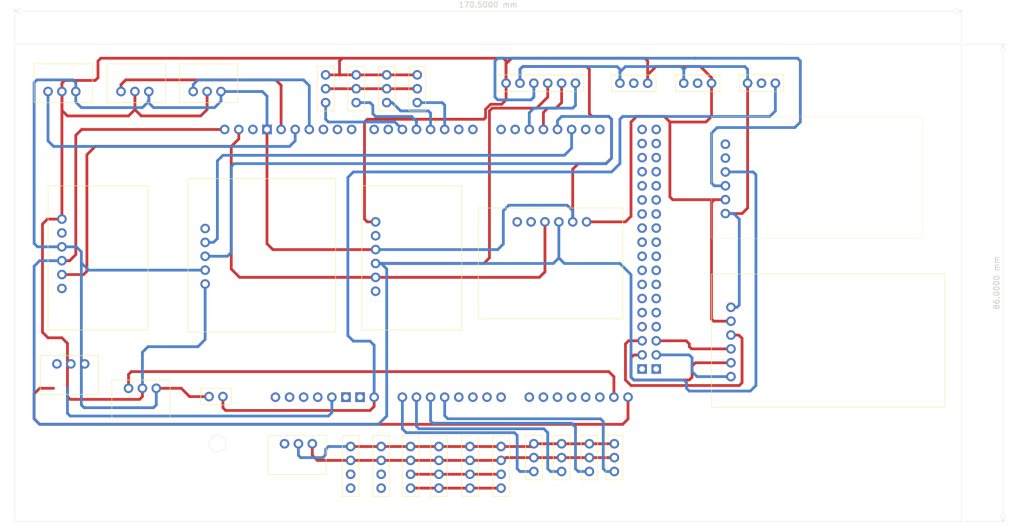
<source format=kicad_pcb>
(kicad_pcb (version 20240108) (generator "pcbnew") (generator_version "8.0")
  (layers (0 "F.Cu" signal) (1 "In1.Cu" signal) (2 "In2.Cu" signal) (31 "B.Cu" signal) (34 "B.Paste" user) (35 "F.Paste" user) (36 "B.SilkS" user "B.Silkscreen") (37 "F.SilkS" user "F.Silkscreen") (38 "B.Mask" user) (39 "F.Mask" user) (44 "Edge.Cuts" user))
  (net 0 "")
  (net 2 "D11")
  (net 3 "A2")
  (net 11 "D3")
  (net 12 "CS")
  (net 16 "A1")
  (net 18 "A15")
  (net 19 "D13")
  (net 20 "TX2")
  (net 22 "D5")
  (net 26 "A0")
  (net 29 "D4")
  (net 30 "5V")
  (net 35 "A13")
  (net 36 "RX3")
  (net 37 "8V")
  (net 41 "GND")
  (net 47 "RX2")
  (net 52 "D2")
  (net 54 "SCL")
  (net 55 "MISO")
  (net 65 "MOSI")
  (net 66 "TX0")
  (net 68 "RX0")
  (net 71 "A3")
  (net 72 "RX1")
  (net 74 "D12")
  (net 76 "SDA")
  (net 77 "D9")
  (net 79 "A14")
  (net 80 "D10")
  (net 86 "SCK")
  (net 87 "D8")
  (net 88 "TX1")
  (net 92 "TX3")
  (footprint "TAFLab-Footprint-Library:Default3Pin" (layer "F.Cu") (at 117 113.5)
    (property "Reference" "U25" (hide yes))
    (property "Value" "~" (hide yes))
  )
  (footprint "TAFLab-Footprint-Library:Default4Pin" (layer "F.Cu") (at 99.9 119)
    (property "Reference" "U33" (hide yes))
    (property "Value" "~" (hide yes))
  )
  (footprint "TAFLab-Footprint-Library:Default3Pin" (layer "F.Cu") (at 127 113.5)
    (property "Reference" "U23" (hide yes))
    (property "Value" "~" (hide yes))
  )
  (footprint "TAFLab-Footprint-Library:Default4Pin" (layer "F.Cu") (at 105.5 119)
    (property "Reference" "U34" (hide yes))
    (property "Value" "~" (hide yes))
  )
  (footprint "PCM_arduino-library:Arduino_Mega2560_R3_Shield" (layer "F.Cu") (at 86.5 98.2)
    (property "Reference" "A1" (hide yes))
    (property "Value" "Arduino_Mega2560_R3_Shield" (hide yes))
  )
  (footprint "TAFLab-Footprint-Library:INA219_BatteryPowerSensor" (layer "F.Cu") (at 109.5 63.5 -90)
    (property "Reference" "U4" (hide yes))
    (property "Value" "~" (hide yes))
  )
  (footprint "TAFLab-Footprint-Library:Default3Pin" (layer "F.Cu") (at 90.5 47)
    (property "Reference" "U29" (hide yes))
    (property "Value" "~" (hide yes))
  )
  (footprint "TAFLab-Footprint-Library:DS18B20_Water_Temp_Sensor" (layer "F.Cu") (at 53.65 38 90)
    (property "Reference" "U20" (hide yes))
    (property "Value" "~" (hide yes))
  )
  (footprint "TAFLab-Footprint-Library:HW038_WaterLevelSensor" (layer "F.Cu") (at 21.1 89.6 -90)
    (property "Reference" "U9" (hide yes))
    (property "Value" "~" (hide yes))
  )
  (footprint "TAFLab-Footprint-Library:DS18B20_Water_Temp_Sensor" (layer "F.Cu") (at 40.5 38 90)
    (property "Reference" "U10" (hide yes))
    (property "Value" "~" (hide yes))
  )
  (footprint "TAFLab-Footprint-Library:Default4Pin" (layer "F.Cu") (at 84 119)
    (property "Reference" "U31" (hide yes))
    (property "Value" "~" (hide yes))
  )
  (footprint "TAFLab-Footprint-Library:Default4Pin" (layer "F.Cu") (at 94.8 119)
    (property "Reference" "U32" (hide yes))
    (property "Value" "~" (hide yes))
  )
  (footprint "TAFLab-Footprint-Library:Default3Pin" (layer "F.Cu") (at 122 113.5)
    (property "Reference" "U24" (hide yes))
    (property "Value" "~" (hide yes))
  )
  (footprint "TAFLab-Footprint-Library:VinArduinoConnector" (layer "F.Cu") (at 51 95 -90)
    (property "Reference" "U22" (hide yes))
    (property "Value" "~" (hide yes))
  )
  (footprint "TAFLab-Footprint-Library:Default3Pin" (layer "F.Cu") (at 131.5 113.5)
    (property "Reference" "U15" (hide yes))
    (property "Value" "~" (hide yes))
  )
  (footprint "TAFLab-Footprint-Library:MPU6050_IMU_Accelerometer" (layer "F.Cu") (at 88 79.5)
    (property "Reference" "U3" (hide yes))
    (property "Value" "~" (hide yes))
  )
  (footprint "TAFLab-Footprint-Library:HW038_WaterLevelSensor" (layer "F.Cu") (at 62.1 104 -90)
    (property "Reference" "U36" (hide yes))
    (property "Value" "~" (hide yes))
  )
  (footprint "TAFLab-Footprint-Library:DS18B20_Water_Temp_Sensor" (layer "F.Cu") (at 66.65 38 90)
    (property "Reference" "U19" (hide yes))
    (property "Value" "~" (hide yes))
  )
  (footprint "TAFLab-Footprint-Library:HW038_WaterLevelSensor" (layer "F.Cu") (at 34 94 -90)
    (property "Reference" "U21" (hide yes))
    (property "Value" "~" (hide yes))
  )
  (footprint "TAFLab-Footprint-Library:Default3Pin" (layer "F.Cu") (at 79.5 47)
    (property "Reference" "U27" (hide yes))
    (property "Value" "~" (hide yes))
  )
  (footprint "TAFLab-Footprint-Library:Default3Pin" (layer "F.Cu") (at 96 47)
    (property "Reference" "U30" (hide yes))
    (property "Value" "~" (hide yes))
  )
  (footprint "TAFLab-Footprint-Library:ActuatorConnector" (layer "F.Cu") (at 134 38.5 -90)
    (property "Reference" "U17" (hide yes))
    (property "Value" "~" (hide yes))
  )
  (footprint "TAFLab-Footprint-Library:SailWireConnector" (layer "F.Cu") (at 137 38.5 90)
    (property "Reference" "U18" (hide yes))
    (property "Value" "~" (hide yes))
  )
  (footprint "TAFLab-Footprint-Library:Micro_SD_Module" (layer "F.Cu") (at 152.5 98.9)
    (property "Reference" "U11" (hide yes))
    (property "Value" "~" (hide yes))
  )
  (footprint "TAFLab-Footprint-Library:HW84_DS3231_CLK_Module" (layer "F.Cu") (at 151.5 64.5)
    (property "Reference" "U13" (hide yes))
    (property "Value" "~" (hide yes))
  )
  (footprint "TAFLab-Footprint-Library:Default3Pin" (layer "F.Cu") (at 85 47)
    (property "Reference" "U28" (hide yes))
    (property "Value" "~" (hide yes))
  )
  (footprint "TAFLab-Footprint-Library:ActuatorConnector" (layer "F.Cu") (at 145.5 38.5 -90)
    (property "Reference" "U16" (hide yes))
    (property "Value" "~" (hide yes))
  )
  (footprint "TAFLab-Footprint-Library:Default4Pin" (layer "F.Cu") (at 89.5 119)
    (property "Reference" "U26" (hide yes))
    (property "Value" "~" (hide yes))
  )
  (footprint "TAFLab-Footprint-Library:LIS3MDL_Magnetometer" (layer "F.Cu") (at 32 70)
    (property "Reference" "U2" (hide yes))
    (property "Value" "~")
  )
  (footprint "TAFLab-Footprint-Library:Default4Pin" (layer "F.Cu") (at 111.1 119)
    (property "Reference" "U35" (hide yes))
    (property "Value" "~" (hide yes))
  )
  (footprint "TAFLab-Footprint-Library:ActuatorConnector" (layer "F.Cu") (at 122.5 38.5 -90)
    (property "Reference" "U14" (hide yes))
    (property "Value" "~" (hide yes))
  )
  (footprint "TAFLab-Footprint-Library:GT-U7_GPS" (layer "F.Cu") (at 57.8 79.7)
    (property "Reference" "U7" (hide yes))
    (property "Value" "~" (hide yes))
  )
  (gr_rect (start 23.5 31.5) (end 194 117.5) (stroke (width 0.05)) (fill none) (layer "Edge.Cuts"))
  (gr_circle (center 60 103.5) (end 61.5 103.5) (stroke (width 0.05)) (fill none) (layer "Edge.Cuts"))
  (dimension (type aligned) (layer "Edge.Cuts") (pts (xy 194 31.5) (xy 194 117.5)) (height -7.5) (gr_text "86.0000 mm" (at 200.35 74.5 90) (layer "Edge.Cuts") (effects (font (size 1 1) (thickness 0.15)))) (format (prefix "") (suffix "") (units 3) (units_format 1) (precision 4)) (style (thickness 0.05) (arrow_length 1.27) (text_position_mode 0) (extension_height 0.58642) (extension_offset 0.5) keep_text_aligned))
  (dimension (type aligned) (layer "Edge.Cuts") (pts (xy 23.5 31.5) (xy 194 31.5)) (height -6) (gr_text "170.5000 mm" (at 108.75 24.35 0) (layer "Edge.Cuts") (effects (font (size 1 1) (thickness 0.15)))) (format (prefix "") (suffix "") (units 3) (units_format 1) (precision 4)) (style (thickness 0.05) (arrow_length 1.27) (text_position_mode 0) (extension_height 0.58642) (extension_offset 0.5) keep_text_aligned))
  (segment (start 75.5 37.9) (end 76.556 38.956) (width 0.5) (layer "B.Cu") (net 2))
  (segment (start 55.65 38.75) (end 56.5 37.9) (width 0.5) (layer "B.Cu") (net 2))
  (segment (start 56.5 37.9) (end 75.5 37.9) (width 0.5) (layer "B.Cu") (net 2))
  (segment (start 76.556 38.956) (end 76.556 46.84) (width 0.5) (layer "B.Cu") (net 2))
  (segment (start 55.65 40) (end 55.65 38.75) (width 0.5) (layer "B.Cu") (net 2))
  (segment (start 124.5 100.5) (end 123.8 99.8) (width 0.5) (layer "B.Cu") (net 3))
  (segment (start 127 108.5) (end 125 108.5) (width 0.5) (layer "B.Cu") (net 3))
  (segment (start 124.5 108) (end 124.5 100.5) (width 0.5) (layer "B.Cu") (net 3))
  (segment (start 123.8 99.8) (end 98.8 99.8) (width 0.5) (layer "B.Cu") (net 3))
  (segment (start 125 108.5) (end 124.5 108) (width 0.5) (layer "B.Cu") (net 3))
  (segment (start 98.8 99.8) (end 98.4 99.4) (width 0.5) (layer "B.Cu") (net 3))
  (segment (start 98.4 99.4) (end 98.4 95.1) (width 0.5) (layer "B.Cu") (net 3))
  (segment (start 98.4 43.9) (end 98.4 46.84) (width 0.5) (layer "B.Cu") (net 11))
  (segment (start 93 43.5) (end 98 43.5) (width 0.5) (layer "B.Cu") (net 11))
  (segment (start 90.5 42) (end 91.5 42) (width 0.5) (layer "B.Cu") (net 11))
  (segment (start 98 43.5) (end 98.4 43.9) (width 0.5) (layer "B.Cu") (net 11))
  (segment (start 91.5 42) (end 93 43.5) (width 0.5) (layer "B.Cu") (net 11))
  (segment (start 139.04 87.48) (end 144.98 87.48) (width 0.5) (layer "B.Cu") (net 12))
  (segment (start 144.98 87.48) (end 145.5 88) (width 0.5) (layer "B.Cu") (net 12))
  (segment (start 145.5 88) (end 145.5 90.5) (width 0.5) (layer "B.Cu") (net 12))
  (segment (start 146.4 91.4) (end 152.5 91.4) (width 0.5) (layer "B.Cu") (net 12))
  (segment (start 145.5 90.5) (end 146.4 91.4) (width 0.5) (layer "B.Cu") (net 12))
  (segment (start 122 108.5) (end 120 108.5) (width 0.5) (layer "B.Cu") (net 16))
  (segment (start 95.86 100.36) (end 95.86 95.1) (width 0.5) (layer "B.Cu") (net 16))
  (segment (start 118.8 100.8) (end 96.3 100.8) (width 0.5) (layer "B.Cu") (net 16))
  (segment (start 119.5 101.5) (end 118.8 100.8) (width 0.5) (layer "B.Cu") (net 16))
  (segment (start 119.5 108) (end 119.5 101.5) (width 0.5) (layer "B.Cu") (net 16))
  (segment (start 96.3 100.8) (end 95.86 100.36) (width 0.5) (layer "B.Cu") (net 16))
  (segment (start 120 108.5) (end 119.5 108) (width 0.5) (layer "B.Cu") (net 16))
  (segment (start 133 100) (end 133.96 99.04) (width 0.5) (layer "F.Cu") (net 18))
  (segment (start 27 94.5) (end 27 99) (width 0.5) (layer "F.Cu") (net 18))
  (segment (start 28 100) (end 133 100) (width 0.5) (layer "F.Cu") (net 18))
  (segment (start 30.5 93.5) (end 28 93.5) (width 0.5) (layer "F.Cu") (net 18))
  (segment (start 133.96 99.04) (end 133.96 95.1) (width 0.5) (layer "F.Cu") (net 18))
  (segment (start 28 93.5) (end 27 94.5) (width 0.5) (layer "F.Cu") (net 18))
  (segment (start 27 99) (end 28 100) (width 0.5) (layer "F.Cu") (net 18))
  (segment (start 70.5 37.9) (end 71.5 38.9) (width 0.5) (layer "F.Cu") (net 19))
  (segment (start 71.5 38.9) (end 71.476 38.924) (width 0.5) (layer "F.Cu") (net 19))
  (segment (start 43.5 37.9) (end 70.5 37.9) (width 0.5) (layer "F.Cu") (net 19))
  (segment (start 71.476 38.924) (end 71.476 46.84) (width 0.5) (layer "F.Cu") (net 19))
  (segment (start 42.65 40) (end 42.65 38.75) (width 0.5) (layer "F.Cu") (net 19))
  (segment (start 42.65 38.75) (end 43.5 37.9) (width 0.5) (layer "F.Cu") (net 19))
  (segment (start 119.5 43) (end 121 43) (width 0.5) (layer "F.Cu") (net 20))
  (segment (start 122 42) (end 122 38.5) (width 0.5) (layer "F.Cu") (net 20))
  (segment (start 118.72 46.84) (end 118.72 43.78) (width 0.5) (layer "F.Cu") (net 20))
  (segment (start 121 43) (end 122 42) (width 0.5) (layer "F.Cu") (net 20))
  (segment (start 118.72 43.78) (end 119.5 43) (width 0.5) (layer "F.Cu") (net 20))
  (segment (start 91.98 45.5) (end 93.32 46.84) (width 0.5) (layer "B.Cu") (net 22))
  (segment (start 79.5 45) (end 80 45.5) (width 0.5) (layer "B.Cu") (net 22))
  (segment (start 79.5 42) (end 79.5 45) (width 0.5) (layer "B.Cu") (net 22))
  (segment (start 80 45.5) (end 91.98 45.5) (width 0.5) (layer "B.Cu") (net 22))
  (segment (start 113.5 101.5) (end 94 101.5) (width 0.5) (layer "B.Cu") (net 26))
  (segment (start 94 101.5) (end 93.32 100.82) (width 0.5) (layer "B.Cu") (net 26))
  (segment (start 114.5 108.5) (end 114 108) (width 0.5) (layer "B.Cu") (net 26))
  (segment (start 114 102) (end 113.5 101.5) (width 0.5) (layer "B.Cu") (net 26))
  (segment (start 117 108.5) (end 114.5 108.5) (width 0.5) (layer "B.Cu") (net 26))
  (segment (start 93.32 100.82) (end 93.32 95.1) (width 0.5) (layer "B.Cu") (net 26))
  (segment (start 114 108) (end 114 102) (width 0.5) (layer "B.Cu") (net 26))
  (segment (start 95.86 45.36) (end 95.86 46.84) (width 0.5) (layer "B.Cu") (net 29))
  (segment (start 88 44) (end 88.5 44.5) (width 0.5) (layer "B.Cu") (net 29))
  (segment (start 88 42.5) (end 88 44) (width 0.5) (layer "B.Cu") (net 29))
  (segment (start 95 44.5) (end 95.86 45.36) (width 0.5) (layer "B.Cu") (net 29))
  (segment (start 85 42) (end 87.5 42) (width 0.5) (layer "B.Cu") (net 29))
  (segment (start 88.5 44.5) (end 95 44.5) (width 0.5) (layer "B.Cu") (net 29))
  (segment (start 87.5 42) (end 88 42.5) (width 0.5) (layer "B.Cu") (net 29))
  (segment (start 135.5 44.5) (end 140.5 44.5) (width 0.5) (layer "F.Cu") (net 30))
  (segment (start 147 35.5) (end 149 37.5) (width 0.5) (layer "F.Cu") (net 30))
  (segment (start 87 63.5) (end 86.5 63) (width 0.5) (layer "F.Cu") (net 30))
  (segment (start 32 43.4) (end 33 44.4) (width 0.5) (layer "F.Cu") (net 30))
  (segment (start 139 35.5) (end 147 35.5) (width 0.5) (layer "F.Cu") (net 30))
  (segment (start 111.1 104) (end 116.5 104) (width 0.5) (layer "F.Cu") (net 30))
  (segment (start 46 95.5) (end 46.5 95) (width 0.5) (layer "F.Cu") (net 30))
  (segment (start 134.5 45.5) (end 135.5 44.5) (width 0.5) (layer "F.Cu") (net 30))
  (segment (start 141.5 45.5) (end 141.5 59) (width 0.5) (layer "F.Cu") (net 30))
  (segment (start 38.5 34.5) (end 39 34) (width 0.5) (layer "F.Cu") (net 30))
  (segment (start 33 95) (end 33.5 95.5) (width 0.5) (layer "F.Cu") (net 30))
  (segment (start 90.5 37) (end 96 37) (width 0.5) (layer "F.Cu") (net 30))
  (segment (start 149 38.5) (end 149 44.5) (width 0.5) (layer "F.Cu") (net 30))
  (segment (start 39 34) (end 82.5 34) (width 0.5) (layer "F.Cu") (net 30))
  (segment (start 108 45) (end 108.3 44.7) (width 0.5) (layer "F.Cu") (net 30))
  (segment (start 113 34) (end 137 34) (width 0.5) (layer "F.Cu") (net 30))
  (segment (start 82 37) (end 90.5 37) (width 0.5) (layer "F.Cu") (net 30))
  (segment (start 86.5 45.5) (end 87 45) (width 0.5) (layer "F.Cu") (net 30))
  (segment (start 137.5 37) (end 139 35.5) (width 0.5) (layer "F.Cu") (net 30))
  (segment (start 108.3 44.7) (end 108.3 43.21005) (width 0.5) (layer "F.Cu") (net 30))
  (segment (start 140.5 44.5) (end 141.5 45.5) (width 0.5) (layer "F.Cu") (net 30))
  (segment (start 32.5 38) (end 38 38) (width 0.5) (layer "F.Cu") (net 30))
  (segment (start 82.5 34) (end 111.5 34) (width 0.5) (layer "F.Cu") (net 30))
  (segment (start 108.3 43.21005) (end 109.210051 42.3) (width 0.5) (layer "F.Cu") (net 30))
  (segment (start 84 104) (end 94.8 104) (width 0.5) (layer "F.Cu") (net 30))
  (segment (start 44 44.4) (end 45.15 43.25) (width 0.5) (layer "F.Cu") (net 30))
  (segment (start 46.5 95) (end 46.5 93.5) (width 0.5) (layer "F.Cu") (net 30))
  (segment (start 137 34) (end 137.5 34.5) (width 0.5) (layer "F.Cu") (net 30))
  (segment (start 32 40) (end 32 63) (width 0.5) (layer "F.Cu") (net 30))
  (segment (start 45.15 43.25) (end 45.15 40) (width 0.5) (layer "F.Cu") (net 30))
  (segment (start 133.5 63.5) (end 134.5 62.5) (width 0.5) (layer "F.Cu") (net 30))
  (segment (start 141.5 59) (end 142 59.5) (width 0.5) (layer "F.Cu") (net 30))
  (segment (start 33 44.4) (end 44 44.4) (width 0.5) (layer "F.Cu") (net 30))
  (segment (start 149 44.5) (end 148 45.5) (width 0.5) (layer "F.Cu") (net 30))
  (segment (start 32 63) (end 29.4 63) (width 0.5) (layer "F.Cu") (net 30))
  (segment (start 28.5 63.9) (end 28.5 83.4) (width 0.5) (layer "F.Cu") (net 30))
  (segment (start 86.5 63) (end 86.5 45.5) (width 0.5) (layer "F.Cu") (net 30))
  (segment (start 29.4 63) (end 28.5 63.9) (width 0.5) (layer "F.Cu") (net 30))
  (segment (start 33 93.5) (end 33 95) (width 0.5) (layer "F.Cu") (net 30))
  (segment (start 94.8 104) (end 111.1 104) (width 0.5) (layer "F.Cu") (net 30))
  (segment (start 112 34.5) (end 112 38.5) (width 0.5) (layer "F.Cu") (net 30))
  (segment (start 32 38.5) (end 32.5 38) (width 0.5) (layer "F.Cu") (net 30))
  (segment (start 117 103.5) (end 122 103.5) (width 0.5) (layer "F.Cu") (net 30))
  (segment (start 126.5 63.5) (end 133.5 63.5) (width 0.5) (layer "F.Cu") (net 30))
  (segment (start 87 45) (end 108 45) (width 0.5) (layer "F.Cu") (net 30))
  (segment (start 82 34.5) (end 82.5 34) (width 0.5) (layer "F.Cu") (net 30))
  (segment (start 88.5 63.5) (end 87 63.5) (width 0.5) (layer "F.Cu") (net 30))
  (segment (start 109.210051 42.3) (end 111.2 42.3) (width 0.5) (layer "F.Cu") (net 30))
  (segment (start 33.5 95.5) (end 46 95.5) (width 0.5) (layer "F.Cu") (net 30))
  (segment (start 58.15 43.25) (end 58.15 40) (width 0.5) (layer "F.Cu") (net 30))
  (segment (start 46.3 44.4) (end 57 44.4) (width 0.5) (layer "F.Cu") (net 30))
  (segment (start 149 81) (end 149.4 81.4) (width 0.5) (layer "F.Cu") (net 30))
  (segment (start 149 60) (end 149 81) (width 0.5) (layer "F.Cu") (net 30))
  (segment (start 149.4 81.4) (end 152.5 81.4) (width 0.5) (layer "F.Cu") (net 30))
  (segment (start 142 59.5) (end 149.5 59.5) (width 0.5) (layer "F.Cu") (net 30))
  (segment (start 28.5 83.4) (end 29.5 84.4) (width 0.5) (layer "F.Cu") (net 30))
  (segment (start 112 38.5) (end 112 35) (width 0.5) (layer "F.Cu") (net 30))
  (segment (start 45.15 43.25) (end 46.3 44.4) (width 0.5) (layer "F.Cu") (net 30))
  (segment (start 29.5 84.4) (end 32 84.4) (width 0.5) (layer "F.Cu") (net 30))
  (segment (start 148 45.5) (end 141.5 45.5) (width 0.5) (layer "F.Cu") (net 30))
  (segment (start 112 41.5) (end 112 38.5) (width 0.5) (layer "F.Cu") (net 30))
  (segment (start 137.5 34.5) (end 137.5 38.5) (width 0.5) (layer "F.Cu") (net 30))
  (segment (start 149.5 59.5) (end 149 60) (width 0.5) (layer "F.Cu") (net 30))
  (segment (start 149 37.5) (end 149 38.5) (width 0.5) (layer "F.Cu") (net 30))
  (segment (start 38 38) (end 38.5 37.5) (width 0.5) (layer "F.Cu") (net 30))
  (segment (start 112 35) (end 113 34) (width 0.5) (layer "F.Cu") (net 30))
  (segment (start 32 40) (end 32 38.5) (width 0.5) (layer "F.Cu") (net 30))
  (segment (start 33 85.4) (end 33 93.5) (width 0.5) (layer "F.Cu") (net 30))
  (segment (start 122 103.5) (end 131.5 103.5) (width 0.5) (layer "F.Cu") (net 30))
  (segment (start 111.2 42.3) (end 112 41.5) (width 0.5) (layer "F.Cu") (net 30))
  (segment (start 151.5 59.5) (end 149.5 59.5) (width 0.5) (layer "F.Cu") (net 30))
  (segment (start 111.5 34) (end 112 34.5) (width 0.5) (layer "F.Cu") (net 30))
  (segment (start 79.5 37) (end 82 37) (width 0.5) (layer "F.Cu") (net 30))
  (segment (start 32 84.4) (end 33 85.4) (width 0.5) (layer "F.Cu") (net 30))
  (segment (start 116.5 104) (end 117 103.5) (width 0.5) (layer "F.Cu") (net 30))
  (segment (start 32 40) (end 32 43.4) (width 0.5) (layer "F.Cu") (net 30))
  (segment (start 134.5 62.5) (end 134.5 45.5) (width 0.5) (layer "F.Cu") (net 30))
  (segment (start 82 37) (end 82 34.5) (width 0.5) (layer "F.Cu") (net 30))
  (segment (start 57 44.4) (end 58.15 43.25) (width 0.5) (layer "F.Cu") (net 30))
  (segment (start 38.5 37.5) (end 38.5 34.5) (width 0.5) (layer "F.Cu") (net 30))
  (segment (start 79 106) (end 79.5 105.5) (width 0.5) (layer "B.Cu") (net 30))
  (segment (start 80 104) (end 84 104) (width 0.5) (layer "B.Cu") (net 30))
  (segment (start 46.5 87) (end 47.5 86) (width 0.5) (layer "B.Cu") (net 30))
  (segment (start 33.5 98.5) (end 33 98) (width 0.5) (layer "B.Cu") (net 30))
  (segment (start 80 98.5) (end 33.5 98.5) (width 0.5) (layer "B.Cu") (net 30))
  (segment (start 74.6 103.5) (end 74.6 105.6) (width 0.5) (layer "B.Cu") (net 30))
  (segment (start 56.5 86) (end 57.8 84.7) (width 0.5) (layer "B.Cu") (net 30))
  (segment (start 79.5 105.5) (end 79.5 104.5) (width 0.5) (layer "B.Cu") (net 30))
  (segment (start 74.6 105.6) (end 75 106) (width 0.5) (layer "B.Cu") (net 30))
  (segment (start 80.62 95.1) (end 80.62 97.88) (width 0.5) (layer "B.Cu") (net 30))
  (segment (start 75 106) (end 79 106) (width 0.5) (layer "B.Cu") (net 30))
  (segment (start 57.8 84.7) (end 57.8 74.7) (width 0.5) (layer "B.Cu") (net 30))
  (segment (start 46.5 93.5) (end 46.5 87) (width 0.5) (layer "B.Cu") (net 30))
  (segment (start 47.5 86) (end 56.5 86) (width 0.5) (layer "B.Cu") (net 30))
  (segment (start 80.62 97.88) (end 80 98.5) (width 0.5) (layer "B.Cu") (net 30))
  (segment (start 33 98) (end 33 93.5) (width 0.5) (layer "B.Cu") (net 30))
  (segment (start 79.5 104.5) (end 80 104) (width 0.5) (layer "B.Cu") (net 30))
  (segment (start 87.5 97.5) (end 61.5 97.5) (width 0.5) (layer "F.Cu") (net 37))
  (segment (start 88.24 95.1) (end 88.24 96.76) (width 0.5) (layer "F.Cu") (net 37))
  (segment (start 61 97) (end 61 95) (width 0.5) (layer "F.Cu") (net 37))
  (segment (start 88.24 96.76) (end 87.5 97.5) (width 0.5) (layer "F.Cu") (net 37))
  (segment (start 61.5 97.5) (end 61 97) (width 0.5) (layer "F.Cu") (net 37))
  (segment (start 88.24 95.1) (end 88.24 85.74) (width 0.5) (layer "B.Cu") (net 37))
  (segment (start 87.5 85) (end 84.5 85) (width 0.5) (layer "B.Cu") (net 37))
  (segment (start 159.5 44.5) (end 160.5 43.5) (width 0.5) (layer "B.Cu") (net 37))
  (segment (start 84.5 54.5) (end 131 54.5) (width 0.5) (layer "B.Cu") (net 37))
  (segment (start 83.5 55.5) (end 84.5 54.5) (width 0.5) (layer "B.Cu") (net 37))
  (segment (start 83.5 84) (end 83.5 55.5) (width 0.5) (layer "B.Cu") (net 37))
  (segment (start 132.5 53) (end 132.5 45) (width 0.5) (layer "B.Cu") (net 37))
  (segment (start 88.24 85.74) (end 87.5 85) (width 0.5) (layer "B.Cu") (net 37))
  (segment (start 131 54.5) (end 132.5 53) (width 0.5) (layer "B.Cu") (net 37))
  (segment (start 84.5 85) (end 83.5 84) (width 0.5) (layer "B.Cu") (net 37))
  (segment (start 133 44.5) (end 159.5 44.5) (width 0.5) (layer "B.Cu") (net 37))
  (segment (start 160.5 43.5) (end 160.5 38.5) (width 0.5) (layer "B.Cu") (net 37))
  (segment (start 132.5 45) (end 133 44.5) (width 0.5) (layer "B.Cu") (net 37))
  (segment (start 112 106) (end 117 106) (width 0.5) (layer "F.Cu") (net 41))
  (segment (start 127 36) (end 127 44) (width 0.5) (layer "F.Cu") (net 41))
  (segment (start 122 106) (end 131.5 106) (width 0.5) (layer "F.Cu") (net 41))
  (segment (start 58.5 95) (end 55 95) (width 0.5) (layer "F.Cu") (net 41))
  (segment (start 77.1 105.6) (end 77.1 103.5) (width 0.5) (layer "F.Cu") (net 41))
  (segment (start 130 53) (end 125 53) (width 0.5) (layer "F.Cu") (net 41))
  (segment (start 114.5 36) (end 115 35.5) (width 0.5) (layer "F.Cu") (net 41))
  (segment (start 151.5 62) (end 154.5 62) (width 0.5) (layer "F.Cu") (net 41))
  (segment (start 125 53) (end 124 54) (width 0.5) (layer "F.Cu") (net 41))
  (segment (start 155.5 61) (end 155.5 38.5) (width 0.5) (layer "F.Cu") (net 41))
  (segment (start 84 106.5) (end 111.1 106.5) (width 0.5) (layer "F.Cu") (net 41))
  (segment (start 70 68.5) (end 88.5 68.5) (width 0.5) (layer "F.Cu") (net 41))
  (segment (start 131 45) (end 131 52) (width 0.5) (layer "F.Cu") (net 41))
  (segment (start 78 106.5) (end 84 106.5) (width 0.5) (layer "F.Cu") (net 41))
  (segment (start 124 54) (end 124 63.5) (width 0.5) (layer "F.Cu") (net 41))
  (segment (start 114.5 38.5) (end 114.5 36) (width 0.5) (layer "F.Cu") (net 41))
  (segment (start 127.5 44.5) (end 130.5 44.5) (width 0.5) (layer "F.Cu") (net 41))
  (segment (start 130.5 44.5) (end 131 45) (width 0.5) (layer "F.Cu") (net 41))
  (segment (start 115 35.5) (end 126.5 35.5) (width 0.5) (layer "F.Cu") (net 41))
  (segment (start 131 52) (end 130 53) (width 0.5) (layer "F.Cu") (net 41))
  (segment (start 68.936 67.436) (end 70 68.5) (width 0.5) (layer "F.Cu") (net 41))
  (segment (start 127 44) (end 127.5 44.5) (width 0.5) (layer "F.Cu") (net 41))
  (segment (start 126.5 35.5) (end 127 36) (width 0.5) (layer "F.Cu") (net 41))
  (segment (start 53.5 93.5) (end 49 93.5) (width 0.5) (layer "F.Cu") (net 41))
  (segment (start 78 106.5) (end 77.1 105.6) (width 0.5) (layer "F.Cu") (net 41))
  (segment (start 154.5 62) (end 155.5 61) (width 0.5) (layer "F.Cu") (net 41))
  (segment (start 55 95) (end 53.5 93.5) (width 0.5) (layer "F.Cu") (net 41))
  (segment (start 117 106) (end 122 106) (width 0.5) (layer "F.Cu") (net 41))
  (segment (start 111.1 106.5) (end 111.5 106.5) (width 0.5) (layer "F.Cu") (net 41))
  (segment (start 90.5 39.5) (end 96 39.5) (width 0.5) (layer "F.Cu") (net 41))
  (segment (start 111.5 106.5) (end 112 106) (width 0.5) (layer "F.Cu") (net 41))
  (segment (start 68.936 46.84) (end 68.936 67.436) (width 0.5) (layer "F.Cu") (net 41))
  (segment (start 79.5 39.5) (end 90.5 39.5) (width 0.5) (layer "F.Cu") (net 41))
  (segment (start 49 96.5) (end 49 93.5) (width 0.5) (layer "B.Cu") (net 41))
  (segment (start 34.5 41.9) (end 35.5 42.9) (width 0.5) (layer "B.Cu") (net 41))
  (segment (start 35.5 93.5) (end 35.5 96.5) (width 0.5) (layer "B.Cu") (net 41))
  (segment (start 48.5 97) (end 49 96.5) (width 0.5) (layer "B.Cu") (net 41))
  (segment (start 144 36) (end 144.5 35.5) (width 0.5) (layer "B.Cu") (net 41))
  (segment (start 60.65 40) (end 68.1 40) (width 0.5) (layer "B.Cu") (net 41))
  (segment (start 35.5 42.9) (end 46.5 42.9) (width 0.5) (layer "B.Cu") (net 41))
  (segment (start 132.5 38.5) (end 132.5 36.5) (width 0.5) (layer "B.Cu") (net 41))
  (segment (start 27.5 37.9) (end 27 38.4) (width 0.5) (layer "B.Cu") (net 41))
  (segment (start 32 68) (end 34.6 68) (width 0.5) (layer "B.Cu") (net 41))
  (segment (start 144 36) (end 144 38.5) (width 0.5) (layer "B.Cu") (net 41))
  (segment (start 115 35.5) (end 132 35.5) (width 0.5) (layer "B.Cu") (net 41))
  (segment (start 132.5 36.5) (end 133.5 35.5) (width 0.5) (layer "B.Cu") (net 41))
  (segment (start 34.5 40) (end 34.5 41.9) (width 0.5) (layer "B.Cu") (net 41))
  (segment (start 132 35.5) (end 132.5 36) (width 0.5) (layer "B.Cu") (net 41))
  (segment (start 88.5 68.5) (end 110.5 68.5) (width 0.5) (layer "B.Cu") (net 41))
  (segment (start 27.6 68) (end 32 68) (width 0.5) (layer "B.Cu") (net 41))
  (segment (start 114.5 38.5) (end 114.5 36) (width 0.5) (layer "B.Cu") (net 41))
  (segment (start 124 61.5) (end 124 63.5) (width 0.5) (layer "B.Cu") (net 41))
  (segment (start 35.5 68.9) (end 35.5 70.9) (width 0.5) (layer "B.Cu") (net 41))
  (segment (start 110.5 68.5) (end 111.5 67.5) (width 0.5) (layer "B.Cu") (net 41))
  (segment (start 111.5 67.5) (end 111.5 61.5) (width 0.5) (layer "B.Cu") (net 41))
  (segment (start 111.5 61.5) (end 112.5 60.5) (width 0.5) (layer "B.Cu") (net 41))
  (segment (start 47.65 42.05) (end 48.5 42.9) (width 0.5) (layer "B.Cu") (net 41))
  (segment (start 154 78.5) (end 153.6 78.9) (width 0.5) (layer "B.Cu") (net 41))
  (segment (start 153 62) (end 154 63) (width 0.5) (layer "B.Cu") (net 41))
  (segment (start 47.65 40) (end 47.65 42.05) (width 0.5) (layer "B.Cu") (net 41))
  (segment (start 68.1 40) (end 68.936 40.836) (width 0.5) (layer "B.Cu") (net 41))
  (segment (start 155.5 36) (end 155.5 38.5) (width 0.5) (layer "B.Cu") (net 41))
  (segment (start 47.65 41.75) (end 47.65 40) (width 0.5) (layer "B.Cu") (net 41))
  (segment (start 35.5 70.9) (end 36.8 72.2) (width 0.5) (layer "B.Cu") (net 41))
  (segment (start 133.5 35.5) (end 143.5 35.5) (width 0.5) (layer "B.Cu") (net 41))
  (segment (start 35.5 70.9) (end 35.5 93.5) (width 0.5) (layer "B.Cu") (net 41))
  (segment (start 144.5 35.5) (end 155 35.5) (width 0.5) (layer "B.Cu") (net 41))
  (segment (start 112.5 60.5) (end 123 60.5) (width 0.5) (layer "B.Cu") (net 41))
  (segment (start 132.5 36) (end 132.5 38.5) (width 0.5) (layer "B.Cu") (net 41))
  (segment (start 143.5 35.5) (end 144 36) (width 0.5) (layer "B.Cu") (net 41))
  (segment (start 36 97) (end 48.5 97) (width 0.5) (layer "B.Cu") (net 41))
  (segment (start 35.5 96.5) (end 36 97) (width 0.5) (layer "B.Cu") (net 41))
  (segment (start 68.936 40.836) (end 68.936 46.84) (width 0.5) (layer "B.Cu") (net 41))
  (segment (start 34.5 38.4) (end 34 37.9) (width 0.5) (layer "B.Cu") (net 41))
  (segment (start 114.5 36) (end 115 35.5) (width 0.5) (layer "B.Cu") (net 41))
  (segment (start 154 63) (end 154 78.5) (width 0.5) (layer "B.Cu") (net 41))
  (segment (start 59.5 42.9) (end 60.65 41.75) (width 0.5) (layer "B.Cu") (net 41))
  (segment (start 34.5 40) (end 34.5 38.4) (width 0.5) (layer "B.Cu") (net 41))
  (segment (start 60.65 41.75) (end 60.65 40) (width 0.5) (layer "B.Cu") (net 41))
  (segment (start 27 38.4) (end 27 67.4) (width 0.5) (layer "B.Cu") (net 41))
  (segment (start 36.8 72.2) (end 57.8 72.2) (width 0.5) (layer "B.Cu") (net 41))
  (segment (start 155 35.5) (end 155.5 36) (width 0.5) (layer "B.Cu") (net 41))
  (segment (start 34.6 68) (end 35.5 68.9) (width 0.5) (layer "B.Cu") (net 41))
  (segment (start 153.6 78.9) (end 152.5 78.9) (width 0.5) (layer "B.Cu") (net 41))
  (segment (start 48.5 42.9) (end 59.5 42.9) (width 0.5) (layer "B.Cu") (net 41))
  (segment (start 151.5 62) (end 153 62) (width 0.5) (layer "B.Cu") (net 41))
  (segment (start 34 37.9) (end 27.5 37.9) (width 0.5) (layer "B.Cu") (net 41))
  (segment (start 27 67.4) (end 27.6 68) (width 0.5) (layer "B.Cu") (net 41))
  (segment (start 123 60.5) (end 124 61.5) (width 0.5) (layer "B.Cu") (net 41))
  (segment (start 46.5 42.9) (end 47.65 41.75) (width 0.5) (layer "B.Cu") (net 41))
  (segment (start 116.18 46.84) (end 116.18 43.82) (width 0.5) (layer "B.Cu") (net 47))
  (segment (start 124.5 42.5) (end 124.5 38.5) (width 0.5) (layer "B.Cu") (net 47))
  (segment (start 124 43) (end 124.5 42.5) (width 0.5) (layer "B.Cu") (net 47))
  (segment (start 117 43) (end 124 43) (width 0.5) (layer "B.Cu") (net 47))
  (segment (start 116.18 43.82) (end 117 43) (width 0.5) (layer "B.Cu") (net 47))
  (segment (start 100.94 42.44) (end 100.5 42) (width 0.5) (layer "B.Cu") (net 52))
  (segment (start 100.94 46.84) (end 100.94 42.44) (width 0.5) (layer "B.Cu") (net 52))
  (segment (start 100.5 42) (end 96 42) (width 0.5) (layer "B.Cu") (net 52))
  (segment (start 94.8 111.5) (end 111.1 111.5) (width 0.5) (layer "F.Cu") (net 54))
  (segment (start 108 71) (end 88.5 71) (width 0.5) (layer "F.Cu") (net 54))
  (segment (start 119.5 38.5) (end 119.5 41) (width 0.5) (layer "F.Cu") (net 54))
  (segment (start 109 70) (end 108 71) (width 0.5) (layer "F.Cu") (net 54))
  (segment (start 119.5 41) (end 117.5 43) (width 0.5) (layer "F.Cu") (net 54))
  (segment (start 109.5 43) (end 109 43.5) (width 0.5) (layer "F.Cu") (net 54))
  (segment (start 61.316 46.84) (end 35.56 46.84) (width 0.5) (layer "F.Cu") (net 54))
  (segment (start 117.5 43) (end 109.5 43) (width 0.5) (layer "F.Cu") (net 54))
  (segment (start 34.5 69.4) (end 33.4 70.5) (width 0.5) (layer "F.Cu") (net 54))
  (segment (start 34.5 47.9) (end 34.5 69.4) (width 0.5) (layer "F.Cu") (net 54))
  (segment (start 35.56 46.84) (end 34.5 47.9) (width 0.5) (layer "F.Cu") (net 54))
  (segment (start 109 43.5) (end 109 70) (width 0.5) (layer "F.Cu") (net 54))
  (segment (start 33.4 70.5) (end 32 70.5) (width 0.5) (layer "F.Cu") (net 54))
  (segment (start 28 100) (end 27 99) (width 0.5) (layer "B.Cu") (net 54))
  (segment (start 90.5 72) (end 90.5 98.5) (width 0.5) (layer "B.Cu") (net 54))
  (segment (start 88.5 71) (end 89.5 71) (width 0.5) (layer "B.Cu") (net 54))
  (segment (start 132.5 71) (end 134.5 73) (width 0.5) (layer "B.Cu") (net 54))
  (segment (start 121.5 70) (end 122.5 71) (width 0.5) (layer "B.Cu") (net 54))
  (segment (start 90.5 98.5) (end 89 100) (width 0.5) (layer "B.Cu") (net 54))
  (segment (start 135 92) (end 144 92) (width 0.5) (layer "B.Cu") (net 54))
  (segment (start 144 92) (end 144.5 92.5) (width 0.5) (layer "B.Cu") (net 54))
  (segment (start 157 93) (end 157 55) (width 0.5) (layer "B.Cu") (net 54))
  (segment (start 145 94) (end 156 94) (width 0.5) (layer "B.Cu") (net 54))
  (segment (start 89 100) (end 28 100) (width 0.5) (layer "B.Cu") (net 54))
  (segment (start 144.5 92.5) (end 144.5 93.5) (width 0.5) (layer "B.Cu") (net 54))
  (segment (start 122.5 71) (end 132.5 71) (width 0.5) (layer "B.Cu") (net 54))
  (segment (start 156.5 54.5) (end 151.5 54.5) (width 0.5) (layer "B.Cu") (net 54))
  (segment (start 144.5 93.5) (end 145 94) (width 0.5) (layer "B.Cu") (net 54))
  (segment (start 88.5 71) (end 120.5 71) (width 0.5) (layer "B.Cu") (net 54))
  (segment (start 28 70.5) (end 32 70.5) (width 0.5) (layer "B.Cu") (net 54))
  (segment (start 157 55) (end 156.5 54.5) (width 0.5) (layer "B.Cu") (net 54))
  (segment (start 27 99) (end 27 71.5) (width 0.5) (layer "B.Cu") (net 54))
  (segment (start 121.5 70) (end 121.5 63.5) (width 0.5) (layer "B.Cu") (net 54))
  (segment (start 134.5 91.5) (end 135 92) (width 0.5) (layer "B.Cu") (net 54))
  (segment (start 156 94) (end 157 93) (width 0.5) (layer "B.Cu") (net 54))
  (segment (start 27 71.5) (end 28 70.5) (width 0.5) (layer "B.Cu") (net 54))
  (segment (start 120.5 71) (end 121.5 70) (width 0.5) (layer "B.Cu") (net 54))
  (segment (start 134.5 73) (end 134.5 91.5) (width 0.5) (layer "B.Cu") (net 54))
  (segment (start 89.5 71) (end 90.5 72) (width 0.5) (layer "B.Cu") (net 54))
  (segment (start 134.5 93) (end 154 93) (width 0.5) (layer "F.Cu") (net 55))
  (segment (start 136.5 84.94) (end 134.06 84.94) (width 0.5) (layer "F.Cu") (net 55))
  (segment (start 133.5 85.5) (end 133.5 92) (width 0.5) (layer "F.Cu") (net 55))
  (segment (start 133.5 92) (end 134.5 93) (width 0.5) (layer "F.Cu") (net 55))
  (segment (start 154.5 84.5) (end 153.9 83.9) (width 0.5) (layer "F.Cu") (net 55))
  (segment (start 154 93) (end 154.5 92.5) (width 0.5) (layer "F.Cu") (net 55))
  (segment (start 154.5 92.5) (end 154.5 84.5) (width 0.5) (layer "F.Cu") (net 55))
  (segment (start 153.9 83.9) (end 152.5 83.9) (width 0.5) (layer "F.Cu") (net 55))
  (segment (start 134.06 84.94) (end 133.5 85.5) (width 0.5) (layer "F.Cu") (net 55))
  (segment (start 145 85.5) (end 145 86) (width 0.5) (layer "F.Cu") (net 65))
  (segment (start 144.44 84.94) (end 145 85.5) (width 0.5) (layer "F.Cu") (net 65))
  (segment (start 145 86) (end 145.4 86.4) (width 0.5) (layer "F.Cu") (net 65))
  (segment (start 139.04 84.94) (end 144.44 84.94) (width 0.5) (layer "F.Cu") (net 65))
  (segment (start 145.4 86.4) (end 152.5 86.4) (width 0.5) (layer "F.Cu") (net 65))
  (segment (start 131.5 108.5) (end 130 108.5) (width 0.5) (layer "B.Cu") (net 71))
  (segment (start 101.5 99) (end 100.94 98.44) (width 0.5) (layer "B.Cu") (net 71))
  (segment (start 129.5 99.5) (end 129 99) (width 0.5) (layer "B.Cu") (net 71))
  (segment (start 129.5 108) (end 129.5 99.5) (width 0.5) (layer "B.Cu") (net 71))
  (segment (start 129 99) (end 101.5 99) (width 0.5) (layer "B.Cu") (net 71))
  (segment (start 100.94 98.44) (end 100.94 95.1) (width 0.5) (layer "B.Cu") (net 71))
  (segment (start 130 108.5) (end 129.5 108) (width 0.5) (layer "B.Cu") (net 71))
  (segment (start 131 52) (end 130 53) (width 0.5) (layer "B.Cu") (net 72))
  (segment (start 122 44.5) (end 130.5 44.5) (width 0.5) (layer "B.Cu") (net 72))
  (segment (start 62.5 69) (end 61.8 69.7) (width 0.5) (layer "B.Cu") (net 72))
  (segment (start 131 45) (end 131 52) (width 0.5) (layer "B.Cu") (net 72))
  (segment (start 130.5 44.5) (end 131 45) (width 0.5) (layer "B.Cu") (net 72))
  (segment (start 62.5 53.5) (end 62.5 69) (width 0.5) (layer "B.Cu") (net 72))
  (segment (start 130 53) (end 63 53) (width 0.5) (layer "B.Cu") (net 72))
  (segment (start 121.26 45.24) (end 122 44.5) (width 0.5) (layer "B.Cu") (net 72))
  (segment (start 61.8 69.7) (end 57.8 69.7) (width 0.5) (layer "B.Cu") (net 72))
  (segment (start 63 53) (end 62.5 53.5) (width 0.5) (layer "B.Cu") (net 72))
  (segment (start 121.26 46.84) (end 121.26 45.24) (width 0.5) (layer "B.Cu") (net 72))
  (segment (start 73 49.9) (end 74.016 48.884) (width 0.5) (layer "B.Cu") (net 74))
  (segment (start 29.5 40) (end 29.5 48.9) (width 0.5) (layer "B.Cu") (net 74))
  (segment (start 29.5 48.9) (end 30.5 49.9) (width 0.5) (layer "B.Cu") (net 74))
  (segment (start 74.016 48.884) (end 74.016 46.84) (width 0.5) (layer "B.Cu") (net 74))
  (segment (start 30.5 49.9) (end 73 49.9) (width 0.5) (layer "B.Cu") (net 74))
  (segment (start 36.5 72.4) (end 35.9 73) (width 0.5) (layer "F.Cu") (net 76))
  (segment (start 63.856 46.84) (end 63.856 48.544) (width 0.5) (layer "F.Cu") (net 76))
  (segment (start 62.5 49.9) (end 62.5 72) (width 0.5) (layer "F.Cu") (net 76))
  (segment (start 62.5 72) (end 64 73.5) (width 0.5) (layer "F.Cu") (net 76))
  (segment (start 62.5 49.9) (end 38 49.9) (width 0.5) (layer "F.Cu") (net 76))
  (segment (start 38 49.9) (end 36.5 51.4) (width 0.5) (layer "F.Cu") (net 76))
  (segment (start 36.5 51.4) (end 36.5 72.4) (width 0.5) (layer "F.Cu") (net 76))
  (segment (start 119 72.5) (end 119 63.5) (width 0.5) (layer "F.Cu") (net 76))
  (segment (start 64 73.5) (end 88.5 73.5) (width 0.5) (layer "F.Cu") (net 76))
  (segment (start 35.9 73) (end 32 73) (width 0.5) (layer "F.Cu") (net 76))
  (segment (start 118 73.5) (end 119 72.5) (width 0.5) (layer "F.Cu") (net 76))
  (segment (start 94.8 109) (end 111.1 109) (width 0.5) (layer "F.Cu") (net 76))
  (segment (start 63.856 48.544) (end 62.5 49.9) (width 0.5) (layer "F.Cu") (net 76))
  (segment (start 88.5 73.5) (end 118 73.5) (width 0.5) (layer "F.Cu") (net 76))
  (segment (start 149 56.5) (end 149 47.5) (width 0.5) (layer "B.Cu") (net 76))
  (segment (start 110.5 34) (end 110 34.5) (width 0.5) (layer "B.Cu") (net 76))
  (segment (start 165 34.5) (end 164.5 34) (width 0.5) (layer "B.Cu") (net 76))
  (segment (start 149 47.5) (end 150 46.5) (width 0.5) (layer "B.Cu") (net 76))
  (segment (start 150 46.5) (end 164 46.5) (width 0.5) (layer "B.Cu") (net 76))
  (segment (start 110 41) (end 110.5 41.5) (width 0.5) (layer "B.Cu") (net 76))
  (segment (start 164.5 34) (end 145.990538 34) (width 0.5) (layer "B.Cu") (net 76))
  (segment (start 145.990538 34) (end 145.963334 33.972796) (width 0.5) (layer "B.Cu") (net 76))
  (segment (start 116.5 41.5) (end 117 41) (width 0.5) (layer "B.Cu") (net 76))
  (segment (start 145.93613 34) (end 110.5 34) (width 0.5) (layer "B.Cu") (net 76))
  (segment (start 110 34.5) (end 110 41) (width 0.5) (layer "B.Cu") (net 76))
  (segment (start 149.5 57) (end 149 56.5) (width 0.5) (layer "B.Cu") (net 76))
  (segment (start 165 45.5) (end 165 34.5) (width 0.5) (layer "B.Cu") (net 76))
  (segment (start 145.963334 33.972796) (end 145.93613 34) (width 0.5) (layer "B.Cu") (net 76))
  (segment (start 110.5 41.5) (end 116.5 41.5) (width 0.5) (layer "B.Cu") (net 76))
  (segment (start 117 41) (end 117 38.5) (width 0.5) (layer "B.Cu") (net 76))
  (segment (start 151.5 57) (end 149.5 57) (width 0.5) (layer "B.Cu") (net 76))
  (segment (start 164 46.5) (end 165 45.5) (width 0.5) (layer "B.Cu") (net 76))
  (segment (start 131.42 91.42) (end 130.5 90.5) (width 0.5) (layer "F.Cu") (net 79))
  (segment (start 44.5 90.5) (end 44 91) (width 0.5) (layer "F.Cu") (net 79))
  (segment (start 131.42 95.1) (end 131.42 91.42) (width 0.5) (layer "F.Cu") (net 79))
  (segment (start 130.5 90.5) (end 44.5 90.5) (width 0.5) (layer "F.Cu") (net 79))
  (segment (start 44 91) (end 44 93.5) (width 0.5) (layer "F.Cu") (net 79))
  (segment (start 135 87.5) (end 134.5 88) (width 0.5) (layer "F.Cu") (net 86))
  (segment (start 145.5 89.5) (end 146.1 88.9) (width 0.5) (layer "F.Cu") (net 86))
  (segment (start 136.4128 87.48) (end 136.3928 87.5) (width 0.5) (layer "F.Cu") (net 86))
  (segment (start 145.5 91.5) (end 145.5 89.5) (width 0.5) (layer "F.Cu") (net 86))
  (segment (start 134.5 91.5) (end 135 92) (width 0.5) (layer "F.Cu") (net 86))
  (segment (start 146.1 88.9) (end 152.5 88.9) (width 0.5) (layer "F.Cu") (net 86))
  (segment (start 134.5 88) (end 134.5 91.5) (width 0.5) (layer "F.Cu") (net 86))
  (segment (start 135 92) (end 145 92) (width 0.5) (layer "F.Cu") (net 86))
  (segment (start 145 92) (end 145.5 91.5) (width 0.5) (layer "F.Cu") (net 86))
  (segment (start 136.5 87.48) (end 136.4128 87.48) (width 0.5) (layer "F.Cu") (net 86))
  (segment (start 136.3928 87.5) (end 135 87.5) (width 0.5) (layer "F.Cu") (net 86))
  (segment (start 60 66.5) (end 60 52.5) (width 0.5) (layer "B.Cu") (net 88))
  (segment (start 57.8 67.2) (end 59.3 67.2) (width 0.5) (layer "B.Cu") (net 88))
  (segment (start 123.8 50.2) (end 123.8 46.84) (width 0.5) (layer "B.Cu") (net 88))
  (segment (start 122.5 51.5) (end 123.8 50.2) (width 0.5) (layer "B.Cu") (net 88))
  (segment (start 61 51.5) (end 122.5 51.5) (width 0.5) (layer "B.Cu") (net 88))
  (segment (start 60 52.5) (end 61 51.5) (width 0.5) (layer "B.Cu") (net 88))
  (segment (start 59.3 67.2) (end 60 66.5) (width 0.5) (layer "B.Cu") (net 88))
)
</source>
